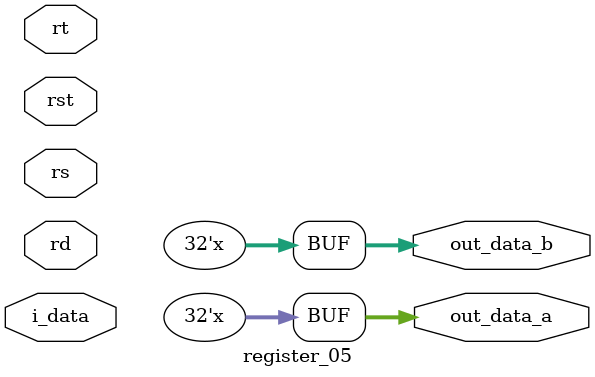
<source format=v>
`timescale 1ns / 1ps

module register_05(rst,rs,rt,rd,i_data,out_data_a,out_data_b);
input rst;
input [4:0]rs,rt,rd;
input [31:0] i_data;
output reg [31:0] out_data_a;
output reg [31:0] out_data_b;

reg [4:0]  reg_num;
reg [31:0] reg_data;

always @(*) begin
      if(rst) begin
            reg_num = 5;
      end
      else begin
          if(reg_num == rs)
               out_data_a <= reg_data;
          if(reg_num == rt)
               out_data_b <= reg_data;
          if(reg_num == rd)    
               reg_data <= i_data;
      end
      
end
endmodule

</source>
